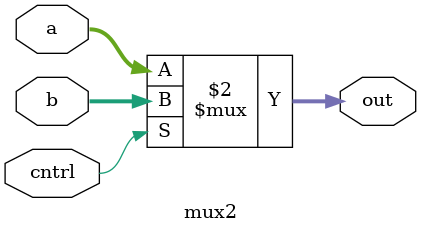
<source format=sv>

`timescale 1ns/10ps

module mux2
#(
    parameter DATA_WIDTH = 32
)
(
    input   logic   cntrl,
    input   logic   [(DATA_WIDTH - 1):0] a, b,

    output  logic   [(DATA_WIDTH - 1):0] out
);

    assign out = (cntrl == 0) ? a: b;

endmodule: mux2
</source>
